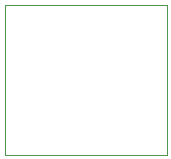
<source format=gm1>
G04 #@! TF.GenerationSoftware,KiCad,Pcbnew,(6.0.9)*
G04 #@! TF.CreationDate,2023-05-28T18:48:41+02:00*
G04 #@! TF.ProjectId,SOIC-SSOP-DIP adapter,534f4943-2d53-4534-9f50-2d4449502061,rev?*
G04 #@! TF.SameCoordinates,Original*
G04 #@! TF.FileFunction,Profile,NP*
%FSLAX46Y46*%
G04 Gerber Fmt 4.6, Leading zero omitted, Abs format (unit mm)*
G04 Created by KiCad (PCBNEW (6.0.9)) date 2023-05-28 18:48:41*
%MOMM*%
%LPD*%
G01*
G04 APERTURE LIST*
G04 #@! TA.AperFunction,Profile*
%ADD10C,0.100000*%
G04 #@! TD*
G04 APERTURE END LIST*
D10*
X55118000Y-78740000D02*
X55118000Y-91440000D01*
X41402000Y-78740000D02*
X55118000Y-78740000D01*
X41402000Y-91440000D02*
X41402000Y-78740000D01*
X55118000Y-91440000D02*
X41402000Y-91440000D01*
M02*

</source>
